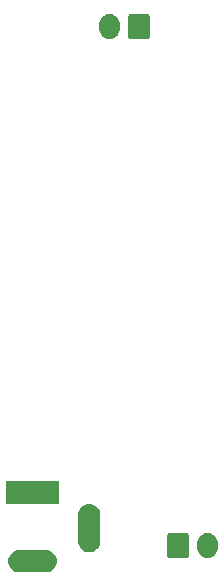
<source format=gbr>
G04 #@! TF.GenerationSoftware,KiCad,Pcbnew,(5.1.5)-2*
G04 #@! TF.CreationDate,2021-03-05T16:55:26-06:00*
G04 #@! TF.ProjectId,WirelessHeadsetPowerBoard,57697265-6c65-4737-9348-656164736574,rev?*
G04 #@! TF.SameCoordinates,Original*
G04 #@! TF.FileFunction,Soldermask,Bot*
G04 #@! TF.FilePolarity,Negative*
%FSLAX46Y46*%
G04 Gerber Fmt 4.6, Leading zero omitted, Abs format (unit mm)*
G04 Created by KiCad (PCBNEW (5.1.5)-2) date 2021-03-05 16:55:26*
%MOMM*%
%LPD*%
G04 APERTURE LIST*
%ADD10C,0.100000*%
G04 APERTURE END LIST*
D10*
G36*
X142891425Y-162194260D02*
G01*
X142891428Y-162194261D01*
X142891429Y-162194261D01*
X143070693Y-162248640D01*
X143070696Y-162248642D01*
X143070697Y-162248642D01*
X143235903Y-162336946D01*
X143380712Y-162455788D01*
X143499554Y-162600597D01*
X143553102Y-162700779D01*
X143587860Y-162765807D01*
X143642239Y-162945071D01*
X143642240Y-162945075D01*
X143660601Y-163131500D01*
X143642240Y-163317925D01*
X143642239Y-163317928D01*
X143642239Y-163317929D01*
X143587860Y-163497193D01*
X143587858Y-163497196D01*
X143587858Y-163497197D01*
X143499554Y-163662403D01*
X143380712Y-163807212D01*
X143235903Y-163926054D01*
X143070697Y-164014358D01*
X143070693Y-164014360D01*
X142891429Y-164068739D01*
X142891428Y-164068739D01*
X142891425Y-164068740D01*
X142751718Y-164082500D01*
X140458282Y-164082500D01*
X140318575Y-164068740D01*
X140318572Y-164068739D01*
X140318571Y-164068739D01*
X140139307Y-164014360D01*
X140139303Y-164014358D01*
X139974097Y-163926054D01*
X139829288Y-163807212D01*
X139710446Y-163662403D01*
X139622142Y-163497197D01*
X139622142Y-163497196D01*
X139622140Y-163497193D01*
X139567761Y-163317929D01*
X139567761Y-163317928D01*
X139567760Y-163317925D01*
X139549399Y-163131500D01*
X139567760Y-162945075D01*
X139567761Y-162945071D01*
X139622140Y-162765807D01*
X139656898Y-162700779D01*
X139710446Y-162600597D01*
X139829288Y-162455788D01*
X139974097Y-162336946D01*
X140139303Y-162248642D01*
X140139304Y-162248642D01*
X140139307Y-162248640D01*
X140318571Y-162194261D01*
X140318572Y-162194261D01*
X140318575Y-162194260D01*
X140458282Y-162180500D01*
X142751718Y-162180500D01*
X142891425Y-162194260D01*
G37*
G36*
X156600626Y-160760037D02*
G01*
X156770465Y-160811557D01*
X156770467Y-160811558D01*
X156926989Y-160895221D01*
X157064186Y-161007814D01*
X157147448Y-161109271D01*
X157176778Y-161145009D01*
X157260443Y-161301534D01*
X157311963Y-161471373D01*
X157325000Y-161603742D01*
X157325000Y-161992257D01*
X157311963Y-162124626D01*
X157260443Y-162294466D01*
X157176778Y-162450991D01*
X157172841Y-162455788D01*
X157064186Y-162588186D01*
X156969250Y-162666097D01*
X156926991Y-162700778D01*
X156770466Y-162784443D01*
X156600627Y-162835963D01*
X156424000Y-162853359D01*
X156247374Y-162835963D01*
X156077535Y-162784443D01*
X155921010Y-162700778D01*
X155783815Y-162588185D01*
X155671222Y-162450991D01*
X155587557Y-162294466D01*
X155536037Y-162124627D01*
X155523000Y-161992258D01*
X155523000Y-161603743D01*
X155536037Y-161471374D01*
X155587557Y-161301535D01*
X155671222Y-161145010D01*
X155671223Y-161145009D01*
X155783814Y-161007814D01*
X155885271Y-160924552D01*
X155921009Y-160895222D01*
X156077534Y-160811557D01*
X156247373Y-160760037D01*
X156424000Y-160742641D01*
X156600626Y-160760037D01*
G37*
G36*
X154682600Y-160750989D02*
G01*
X154715652Y-160761015D01*
X154746103Y-160777292D01*
X154772799Y-160799201D01*
X154794708Y-160825897D01*
X154810985Y-160856348D01*
X154821011Y-160889400D01*
X154825000Y-160929903D01*
X154825000Y-162666097D01*
X154821011Y-162706600D01*
X154810985Y-162739652D01*
X154794708Y-162770103D01*
X154772799Y-162796799D01*
X154746103Y-162818708D01*
X154715652Y-162834985D01*
X154682600Y-162845011D01*
X154642097Y-162849000D01*
X153205903Y-162849000D01*
X153165400Y-162845011D01*
X153132348Y-162834985D01*
X153101897Y-162818708D01*
X153075201Y-162796799D01*
X153053292Y-162770103D01*
X153037015Y-162739652D01*
X153026989Y-162706600D01*
X153023000Y-162666097D01*
X153023000Y-160929903D01*
X153026989Y-160889400D01*
X153037015Y-160856348D01*
X153053292Y-160825897D01*
X153075201Y-160799201D01*
X153101897Y-160777292D01*
X153132348Y-160761015D01*
X153165400Y-160750989D01*
X153205903Y-160747000D01*
X154642097Y-160747000D01*
X154682600Y-160750989D01*
G37*
G36*
X146591424Y-158294260D02*
G01*
X146591427Y-158294261D01*
X146591428Y-158294261D01*
X146770692Y-158348640D01*
X146770695Y-158348642D01*
X146770696Y-158348642D01*
X146935903Y-158436946D01*
X147080712Y-158555788D01*
X147199554Y-158700597D01*
X147287858Y-158865803D01*
X147287860Y-158865807D01*
X147287860Y-158865808D01*
X147342240Y-159045075D01*
X147356000Y-159184782D01*
X147356000Y-161478218D01*
X147342240Y-161617925D01*
X147342239Y-161617928D01*
X147342239Y-161617929D01*
X147287860Y-161797193D01*
X147287858Y-161797196D01*
X147287858Y-161797197D01*
X147199554Y-161962403D01*
X147080712Y-162107212D01*
X146935903Y-162226054D01*
X146770697Y-162314358D01*
X146770693Y-162314360D01*
X146591429Y-162368739D01*
X146591428Y-162368739D01*
X146591425Y-162368740D01*
X146405000Y-162387101D01*
X146218576Y-162368740D01*
X146218573Y-162368739D01*
X146218572Y-162368739D01*
X146039308Y-162314360D01*
X146039304Y-162314358D01*
X145874098Y-162226054D01*
X145729289Y-162107212D01*
X145610447Y-161962403D01*
X145522143Y-161797197D01*
X145522143Y-161797196D01*
X145522141Y-161797193D01*
X145467762Y-161617929D01*
X145467762Y-161617928D01*
X145467761Y-161617925D01*
X145454001Y-161478218D01*
X145454000Y-159184783D01*
X145467760Y-159045076D01*
X145467761Y-159045072D01*
X145522140Y-158865808D01*
X145522143Y-158865803D01*
X145610446Y-158700597D01*
X145729288Y-158555788D01*
X145874097Y-158436946D01*
X146039303Y-158348642D01*
X146039304Y-158348642D01*
X146039307Y-158348640D01*
X146218571Y-158294261D01*
X146218572Y-158294261D01*
X146218575Y-158294260D01*
X146405000Y-158275899D01*
X146591424Y-158294260D01*
G37*
G36*
X143856000Y-158282500D02*
G01*
X139354000Y-158282500D01*
X139354000Y-156380500D01*
X143856000Y-156380500D01*
X143856000Y-158282500D01*
G37*
G36*
X148298627Y-116818037D02*
G01*
X148468466Y-116869557D01*
X148624991Y-116953222D01*
X148660729Y-116982552D01*
X148762186Y-117065814D01*
X148845448Y-117167271D01*
X148874778Y-117203009D01*
X148958443Y-117359534D01*
X149009963Y-117529374D01*
X149023000Y-117661743D01*
X149023000Y-118050258D01*
X149009963Y-118182627D01*
X148958443Y-118352466D01*
X148874778Y-118508991D01*
X148845448Y-118544729D01*
X148762186Y-118646186D01*
X148624989Y-118758779D01*
X148468467Y-118842442D01*
X148468465Y-118842443D01*
X148298626Y-118893963D01*
X148122000Y-118911359D01*
X147945373Y-118893963D01*
X147775534Y-118842443D01*
X147619009Y-118758778D01*
X147576750Y-118724097D01*
X147481814Y-118646186D01*
X147369221Y-118508989D01*
X147285558Y-118352467D01*
X147285557Y-118352465D01*
X147234037Y-118182626D01*
X147221000Y-118050257D01*
X147221000Y-117661742D01*
X147234037Y-117529373D01*
X147285557Y-117359534D01*
X147369222Y-117203009D01*
X147481815Y-117065815D01*
X147619010Y-116953222D01*
X147775535Y-116869557D01*
X147945374Y-116818037D01*
X148122000Y-116800641D01*
X148298627Y-116818037D01*
G37*
G36*
X151380600Y-116808989D02*
G01*
X151413652Y-116819015D01*
X151444103Y-116835292D01*
X151470799Y-116857201D01*
X151492708Y-116883897D01*
X151508985Y-116914348D01*
X151519011Y-116947400D01*
X151523000Y-116987903D01*
X151523000Y-118724097D01*
X151519011Y-118764600D01*
X151508985Y-118797652D01*
X151492708Y-118828103D01*
X151470799Y-118854799D01*
X151444103Y-118876708D01*
X151413652Y-118892985D01*
X151380600Y-118903011D01*
X151340097Y-118907000D01*
X149903903Y-118907000D01*
X149863400Y-118903011D01*
X149830348Y-118892985D01*
X149799897Y-118876708D01*
X149773201Y-118854799D01*
X149751292Y-118828103D01*
X149735015Y-118797652D01*
X149724989Y-118764600D01*
X149721000Y-118724097D01*
X149721000Y-116987903D01*
X149724989Y-116947400D01*
X149735015Y-116914348D01*
X149751292Y-116883897D01*
X149773201Y-116857201D01*
X149799897Y-116835292D01*
X149830348Y-116819015D01*
X149863400Y-116808989D01*
X149903903Y-116805000D01*
X151340097Y-116805000D01*
X151380600Y-116808989D01*
G37*
M02*

</source>
